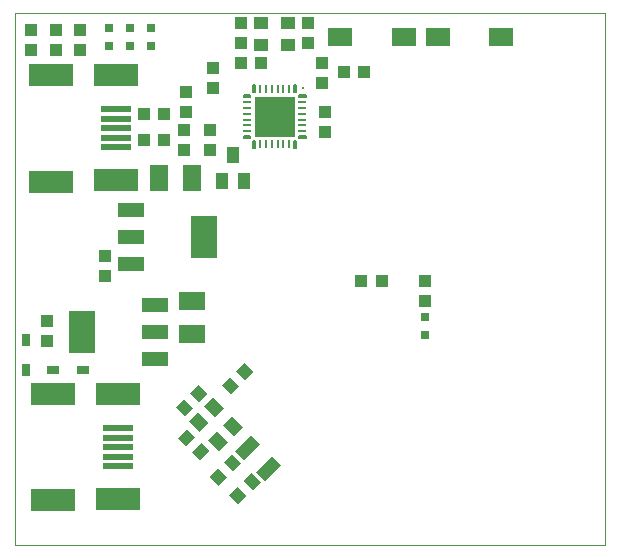
<source format=gtp>
G75*
%MOIN*%
%OFA0B0*%
%FSLAX25Y25*%
%IPPOS*%
%LPD*%
%AMOC8*
5,1,8,0,0,1.08239X$1,22.5*
%
%ADD10C,0.00000*%
%ADD11R,0.04331X0.03937*%
%ADD12R,0.08661X0.06299*%
%ADD13R,0.03937X0.04331*%
%ADD14R,0.06299X0.08661*%
%ADD15R,0.09843X0.01969*%
%ADD16R,0.15000X0.07600*%
%ADD17R,0.03937X0.03150*%
%ADD18R,0.03150X0.03937*%
%ADD19R,0.08800X0.04800*%
%ADD20R,0.08661X0.14173*%
%ADD21C,0.00551*%
%ADD22R,0.01102X0.02756*%
%ADD23R,0.02756X0.01102*%
%ADD24R,0.13780X0.13780*%
%ADD25R,0.00984X0.00984*%
%ADD26R,0.03150X0.03150*%
%ADD27R,0.04331X0.07480*%
%ADD28R,0.07874X0.06299*%
%ADD29R,0.03937X0.05512*%
%ADD30R,0.05118X0.04134*%
D10*
X0008340Y0016382D02*
X0008340Y0193548D01*
X0205190Y0193548D01*
X0205190Y0016382D01*
X0008340Y0016382D01*
D11*
X0019167Y0084296D03*
X0019167Y0090989D03*
X0038419Y0105792D03*
X0038419Y0112485D03*
X0064639Y0147879D03*
X0064639Y0154571D03*
X0065427Y0160674D03*
X0065427Y0167367D03*
X0074285Y0168548D03*
X0074285Y0175241D03*
X0083734Y0183508D03*
X0083734Y0190201D03*
X0106175Y0190201D03*
X0106175Y0183508D03*
X0110702Y0177012D03*
X0110702Y0170319D03*
X0111883Y0160477D03*
X0111883Y0153784D03*
X0073301Y0154571D03*
X0073301Y0147879D03*
X0029993Y0181343D03*
X0029993Y0188036D03*
X0021923Y0188036D03*
X0021923Y0181343D03*
X0013852Y0181343D03*
X0013852Y0188036D03*
X0145151Y0104375D03*
X0145151Y0097682D03*
D12*
X0067395Y0097682D03*
X0067395Y0086658D03*
D13*
G36*
X0087946Y0074030D02*
X0085163Y0071247D01*
X0082102Y0074308D01*
X0084885Y0077091D01*
X0087946Y0074030D01*
G37*
G36*
X0083214Y0069297D02*
X0080431Y0066514D01*
X0077370Y0069575D01*
X0080153Y0072358D01*
X0083214Y0069297D01*
G37*
G36*
X0072592Y0066699D02*
X0069809Y0063916D01*
X0066748Y0066977D01*
X0069531Y0069760D01*
X0072592Y0066699D01*
G37*
G36*
X0067859Y0061966D02*
X0065076Y0059183D01*
X0062015Y0062244D01*
X0064798Y0065027D01*
X0067859Y0061966D01*
G37*
G36*
X0065514Y0049224D02*
X0062731Y0052007D01*
X0065792Y0055068D01*
X0068575Y0052285D01*
X0065514Y0049224D01*
G37*
G36*
X0070247Y0044491D02*
X0067464Y0047274D01*
X0070525Y0050335D01*
X0073308Y0047552D01*
X0070247Y0044491D01*
G37*
G36*
X0079066Y0038805D02*
X0076283Y0036022D01*
X0073222Y0039083D01*
X0076005Y0041866D01*
X0079066Y0038805D01*
G37*
G36*
X0083798Y0043538D02*
X0081015Y0040755D01*
X0077954Y0043816D01*
X0080737Y0046599D01*
X0083798Y0043538D01*
G37*
G36*
X0090382Y0037334D02*
X0087599Y0034551D01*
X0084538Y0037612D01*
X0087321Y0040395D01*
X0090382Y0037334D01*
G37*
G36*
X0085649Y0032602D02*
X0082866Y0029819D01*
X0079805Y0032880D01*
X0082588Y0035663D01*
X0085649Y0032602D01*
G37*
X0123891Y0104375D03*
X0130584Y0104375D03*
X0124875Y0173863D03*
X0118182Y0173863D03*
X0090427Y0176816D03*
X0083734Y0176816D03*
X0057946Y0160083D03*
X0051253Y0160083D03*
X0051253Y0151225D03*
X0057946Y0151225D03*
D14*
X0056332Y0138508D03*
X0067356Y0138508D03*
D15*
X0042198Y0148863D03*
X0042198Y0152012D03*
X0042198Y0155162D03*
X0042198Y0158312D03*
X0042198Y0161461D03*
X0042789Y0055162D03*
X0042789Y0052012D03*
X0042789Y0048863D03*
X0042789Y0045713D03*
X0042789Y0042564D03*
D16*
X0042789Y0031540D03*
X0021135Y0031146D03*
X0021135Y0066579D03*
X0042789Y0066579D03*
X0020545Y0137445D03*
X0042198Y0137839D03*
X0042198Y0172879D03*
X0020545Y0172879D03*
D17*
X0020938Y0074453D03*
X0031175Y0074453D03*
D18*
X0012080Y0074453D03*
X0012080Y0084690D03*
D19*
X0047124Y0109881D03*
X0047124Y0118981D03*
X0047124Y0128081D03*
X0054989Y0096349D03*
X0054989Y0087249D03*
X0054989Y0078149D03*
D20*
X0030588Y0087249D03*
X0071525Y0118981D03*
D21*
X0087788Y0148744D02*
X0087788Y0150950D01*
X0088340Y0150950D01*
X0088340Y0148744D01*
X0087788Y0148744D01*
X0087788Y0149294D02*
X0088340Y0149294D01*
X0088340Y0149844D02*
X0087788Y0149844D01*
X0087788Y0150394D02*
X0088340Y0150394D01*
X0088340Y0150944D02*
X0087788Y0150944D01*
X0084599Y0151933D02*
X0084599Y0152485D01*
X0086805Y0152485D01*
X0086805Y0151933D01*
X0084599Y0151933D01*
X0084599Y0152483D02*
X0086805Y0152483D01*
X0084599Y0165713D02*
X0084599Y0166265D01*
X0086805Y0166265D01*
X0086805Y0165713D01*
X0084599Y0165713D01*
X0084599Y0166263D02*
X0086805Y0166263D01*
X0087788Y0167248D02*
X0087788Y0169454D01*
X0088340Y0169454D01*
X0088340Y0167248D01*
X0087788Y0167248D01*
X0087788Y0167798D02*
X0088340Y0167798D01*
X0088340Y0168348D02*
X0087788Y0168348D01*
X0087788Y0168898D02*
X0088340Y0168898D01*
X0088340Y0169448D02*
X0087788Y0169448D01*
X0101568Y0169454D02*
X0101568Y0167248D01*
X0101568Y0169454D02*
X0102120Y0169454D01*
X0102120Y0167248D01*
X0101568Y0167248D01*
X0101568Y0167798D02*
X0102120Y0167798D01*
X0102120Y0168348D02*
X0101568Y0168348D01*
X0101568Y0168898D02*
X0102120Y0168898D01*
X0102120Y0169448D02*
X0101568Y0169448D01*
X0103103Y0166265D02*
X0103103Y0165713D01*
X0103103Y0166265D02*
X0105309Y0166265D01*
X0105309Y0165713D01*
X0103103Y0165713D01*
X0103103Y0166263D02*
X0105309Y0166263D01*
X0103103Y0152485D02*
X0103103Y0151933D01*
X0103103Y0152485D02*
X0105309Y0152485D01*
X0105309Y0151933D01*
X0103103Y0151933D01*
X0103103Y0152483D02*
X0105309Y0152483D01*
X0101568Y0150950D02*
X0101568Y0148744D01*
X0101568Y0150950D02*
X0102120Y0150950D01*
X0102120Y0148744D01*
X0101568Y0148744D01*
X0101568Y0149294D02*
X0102120Y0149294D01*
X0102120Y0149844D02*
X0101568Y0149844D01*
X0101568Y0150394D02*
X0102120Y0150394D01*
X0102120Y0150944D02*
X0101568Y0150944D01*
D22*
X0099875Y0149847D03*
X0097907Y0149847D03*
X0095938Y0149847D03*
X0093970Y0149847D03*
X0092001Y0149847D03*
X0090033Y0149847D03*
X0090033Y0168351D03*
X0092001Y0168351D03*
X0093970Y0168351D03*
X0095938Y0168351D03*
X0097907Y0168351D03*
X0099875Y0168351D03*
D23*
X0104206Y0164020D03*
X0104206Y0162052D03*
X0104206Y0160083D03*
X0104206Y0158115D03*
X0104206Y0156146D03*
X0104206Y0154178D03*
X0085702Y0154178D03*
X0085702Y0156146D03*
X0085702Y0158115D03*
X0085702Y0160083D03*
X0085702Y0162052D03*
X0085702Y0164020D03*
D24*
X0094954Y0159099D03*
D25*
X0104462Y0168607D03*
D26*
X0053615Y0182721D03*
X0053615Y0188627D03*
X0046726Y0188627D03*
X0046726Y0182721D03*
X0039836Y0182721D03*
X0039836Y0188627D03*
X0145151Y0092170D03*
X0145151Y0086264D03*
D27*
G36*
X0093930Y0045909D02*
X0096992Y0042847D01*
X0091704Y0037559D01*
X0088642Y0040621D01*
X0093930Y0045909D01*
G37*
G36*
X0086970Y0052869D02*
X0090032Y0049807D01*
X0084744Y0044519D01*
X0081682Y0047581D01*
X0086970Y0052869D01*
G37*
D28*
X0116804Y0185674D03*
X0138064Y0185674D03*
X0149285Y0185674D03*
X0170545Y0185674D03*
D29*
X0084875Y0137760D03*
X0077395Y0137760D03*
X0081135Y0146422D03*
D30*
X0090427Y0183016D03*
X0090427Y0190300D03*
X0099482Y0190300D03*
X0099482Y0183016D03*
G36*
X0074435Y0065645D02*
X0078053Y0062027D01*
X0075129Y0059103D01*
X0071511Y0062721D01*
X0074435Y0065645D01*
G37*
G36*
X0069285Y0060495D02*
X0072903Y0056877D01*
X0069979Y0053953D01*
X0066361Y0057571D01*
X0069285Y0060495D01*
G37*
G36*
X0075688Y0054092D02*
X0079306Y0050474D01*
X0076382Y0047550D01*
X0072764Y0051168D01*
X0075688Y0054092D01*
G37*
G36*
X0080838Y0059242D02*
X0084456Y0055624D01*
X0081532Y0052700D01*
X0077914Y0056318D01*
X0080838Y0059242D01*
G37*
M02*

</source>
